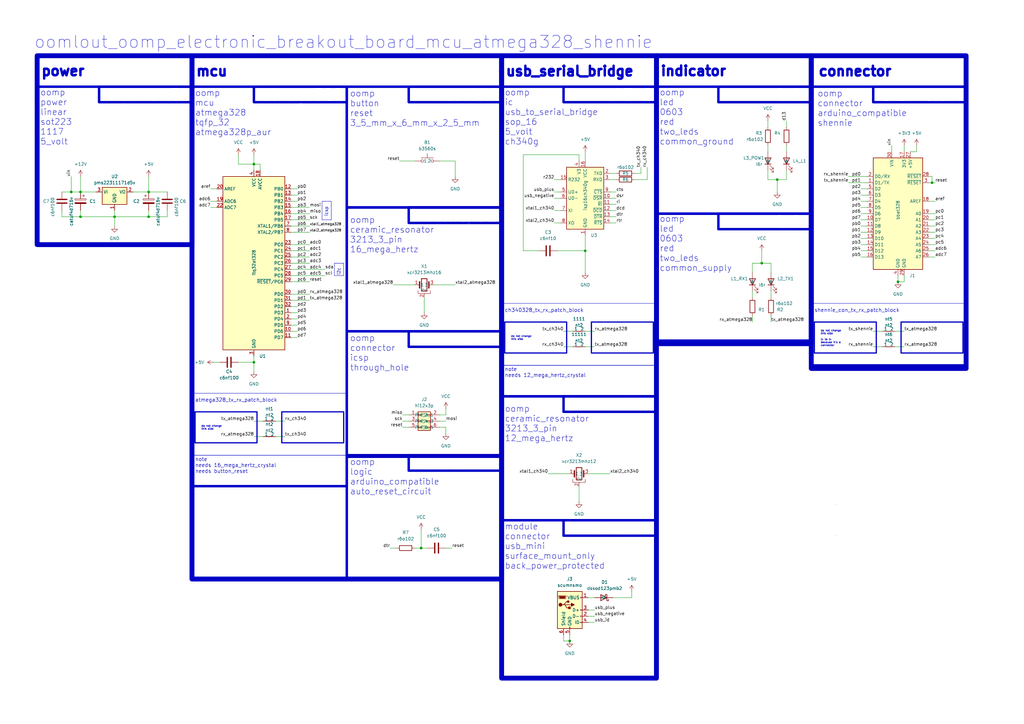
<source format=kicad_sch>
(kicad_sch (version 20230121) (generator eeschema)
  (paper "A3")
  (junction (at 312.42 107.95))
  (junction (at 33.02 78.74))
  (junction (at 60.96 78.74))
  (junction (at 104.14 148.59))
  (junction (at 233.68 262.89))
  (junction (at 382.27 74.93))
  (junction (at 240.03 102.87))
  (junction (at 318.77 73.66))
  (junction (at 46.99 88.9))
  (junction (at 368.3 115.57))
  (junction (at 33.02 88.9))
  (junction (at 104.14 67.31))
  (junction (at 172.72 224.79))
  (junction (at 29.21 78.74))
  (junction (at 60.96 88.9))
  (wire (pts (xy 46.99 86.36) (xy 46.99 88.9)))
  (wire (pts (xy 165.1 172.72) (xy 167.64 172.72)))
  (wire (pts (xy 240.03 96.52) (xy 240.03 102.87)))
  (wire (pts (xy 375.92 59.69) (xy 375.92 62.23)))
  (wire (pts (xy 347.98 74.93) (xy 355.6 74.93)))
  (wire (pts (xy 87.63 148.59) (xy 90.17 148.59)))
  (wire (pts (xy 182.88 224.79) (xy 185.42 224.79)))
  (wire (pts (xy 365.76 59.69) (xy 365.76 62.23)))
  (wire (pts (xy 119.38 102.87) (xy 127 102.87)))
  (wire (pts (xy 314.96 73.66) (xy 318.77 73.66)))
  (wire (pts (xy 119.38 95.25) (xy 127 95.25)))
  (wire (pts (xy 227.33 91.44) (xy 229.87 91.44)))
  (wire (pts (xy 353.06 85.09) (xy 355.6 85.09)))
  (wire (pts (xy 322.58 69.85) (xy 322.58 73.66)))
  (wire (pts (xy 250.19 73.66) (xy 252.73 73.66)))
  (wire (pts (xy 353.06 90.17) (xy 355.6 90.17)))
  (wire (pts (xy 381 95.25) (xy 383.54 95.25)))
  (wire (pts (xy 119.38 90.17) (xy 127 90.17)))
  (wire (pts (xy 240.03 102.87) (xy 240.03 111.76)))
  (wire (pts (xy 97.79 148.59) (xy 104.14 148.59)))
  (wire (pts (xy 119.38 85.09) (xy 127 85.09)))
  (wire (pts (xy 370.84 115.57) (xy 370.84 113.03)))
  (wire (pts (xy 119.38 130.81) (xy 121.92 130.81)))
  (wire (pts (xy 224.79 194.31) (xy 233.68 194.31)))
  (wire (pts (xy 119.38 115.57) (xy 127 115.57)))
  (wire (pts (xy 33.02 78.74) (xy 33.02 72.39)))
  (wire (pts (xy 86.36 77.47) (xy 88.9 77.47)))
  (wire (pts (xy 237.49 66.04) (xy 237.49 63.5)))
  (wire (pts (xy 370.84 59.69) (xy 370.84 62.23)))
  (wire (pts (xy 312.42 107.95) (xy 308.61 107.95)))
  (wire (pts (xy 237.49 199.39) (xy 237.49 205.74)))
  (wire (pts (xy 368.3 113.03) (xy 368.3 115.57)))
  (wire (pts (xy 241.3 194.31) (xy 250.19 194.31)))
  (wire (pts (xy 180.34 175.26) (xy 182.88 175.26)))
  (wire (pts (xy 60.96 78.74) (xy 54.61 78.74)))
  (wire (pts (xy 353.06 80.01) (xy 355.6 80.01)))
  (wire (pts (xy 381 87.63) (xy 383.54 87.63)))
  (wire (pts (xy 119.38 123.19) (xy 127 123.19)))
  (wire (pts (xy 119.38 135.89) (xy 121.92 135.89)))
  (wire (pts (xy 314.96 59.69) (xy 314.96 62.23)))
  (wire (pts (xy 86.36 85.09) (xy 88.9 85.09)))
  (wire (pts (xy 119.38 120.65) (xy 127 120.65)))
  (wire (pts (xy 262.89 71.12) (xy 262.89 68.58)))
  (wire (pts (xy 358.14 142.24) (xy 361.95 142.24)))
  (wire (pts (xy 353.06 77.47) (xy 355.6 77.47)))
  (wire (pts (xy 119.38 128.27) (xy 121.92 128.27)))
  (wire (pts (xy 173.99 121.92) (xy 173.99 128.27)))
  (wire (pts (xy 322.58 49.53) (xy 322.58 52.07)))
  (wire (pts (xy 353.06 95.25) (xy 355.6 95.25)))
  (wire (pts (xy 250.19 86.36) (xy 252.73 86.36)))
  (wire (pts (xy 381 90.17) (xy 383.54 90.17)))
  (wire (pts (xy 177.8 116.84) (xy 186.69 116.84)))
  (wire (pts (xy 68.58 88.9) (xy 60.96 88.9)))
  (wire (pts (xy 106.68 67.31) (xy 104.14 67.31)))
  (wire (pts (xy 186.69 72.39) (xy 186.69 66.04)))
  (wire (pts (xy 233.68 260.35) (xy 233.68 262.89)))
  (wire (pts (xy 119.38 77.47) (xy 121.92 77.47)))
  (wire (pts (xy 119.38 80.01) (xy 121.92 80.01)))
  (wire (pts (xy 316.23 121.92) (xy 316.23 119.38)))
  (wire (pts (xy 250.19 88.9) (xy 252.73 88.9)))
  (wire (pts (xy 113.03 172.72) (xy 116.84 172.72)))
  (wire (pts (xy 250.19 81.28) (xy 252.73 81.28)))
  (wire (pts (xy 97.79 63.5) (xy 97.79 67.31)))
  (wire (pts (xy 46.99 88.9) (xy 46.99 92.71)))
  (wire (pts (xy 86.36 82.55) (xy 88.9 82.55)))
  (wire (pts (xy 265.43 73.66) (xy 265.43 68.58)))
  (wire (pts (xy 104.14 146.05) (xy 104.14 148.59)))
  (wire (pts (xy 316.23 111.76) (xy 316.23 107.95)))
  (wire (pts (xy 308.61 132.08) (xy 308.61 129.54)))
  (wire (pts (xy 172.72 217.17) (xy 172.72 224.79)))
  (wire (pts (xy 160.02 224.79) (xy 162.56 224.79)))
  (wire (pts (xy 318.77 73.66) (xy 318.77 78.74)))
  (wire (pts (xy 241.3 252.73) (xy 243.84 252.73)))
  (wire (pts (xy 231.14 262.89) (xy 233.68 262.89)))
  (wire (pts (xy 318.77 73.66) (xy 322.58 73.66)))
  (wire (pts (xy 367.03 135.89) (xy 370.84 135.89)))
  (wire (pts (xy 119.38 105.41) (xy 127 105.41)))
  (wire (pts (xy 97.79 67.31) (xy 104.14 67.31)))
  (wire (pts (xy 353.06 100.33) (xy 355.6 100.33)))
  (wire (pts (xy 241.3 255.27) (xy 243.84 255.27)))
  (wire (pts (xy 382.27 74.93) (xy 383.54 74.93)))
  (wire (pts (xy 119.38 113.03) (xy 133.35 113.03)))
  (wire (pts (xy 314.96 49.53) (xy 314.96 52.07)))
  (wire (pts (xy 308.61 111.76) (xy 308.61 107.95)))
  (wire (pts (xy 314.96 69.85) (xy 314.96 73.66)))
  (wire (pts (xy 367.03 142.24) (xy 370.84 142.24)))
  (wire (pts (xy 381 74.93) (xy 382.27 74.93)))
  (wire (pts (xy 316.23 132.08) (xy 316.23 129.54)))
  (wire (pts (xy 316.23 107.95) (xy 312.42 107.95)))
  (wire (pts (xy 106.68 69.85) (xy 106.68 67.31)))
  (wire (pts (xy 250.19 71.12) (xy 252.73 71.12)))
  (wire (pts (xy 163.83 66.04) (xy 170.18 66.04)))
  (wire (pts (xy 104.14 148.59) (xy 104.14 152.4)))
  (wire (pts (xy 33.02 88.9) (xy 33.02 86.36)))
  (wire (pts (xy 119.38 87.63) (xy 127 87.63)))
  (wire (pts (xy 228.6 102.87) (xy 240.03 102.87)))
  (wire (pts (xy 46.99 88.9) (xy 60.96 88.9)))
  (wire (pts (xy 368.3 115.57) (xy 370.84 115.57)))
  (wire (pts (xy 231.14 260.35) (xy 231.14 262.89)))
  (wire (pts (xy 161.29 116.84) (xy 170.18 116.84)))
  (wire (pts (xy 104.14 67.31) (xy 104.14 69.85)))
  (wire (pts (xy 214.63 63.5) (xy 214.63 102.87)))
  (wire (pts (xy 382.27 72.39) (xy 382.27 74.93)))
  (wire (pts (xy 119.38 138.43) (xy 121.92 138.43)))
  (wire (pts (xy 39.37 78.74) (xy 33.02 78.74)))
  (wire (pts (xy 259.08 242.57) (xy 259.08 245.11)))
  (wire (pts (xy 381 92.71) (xy 383.54 92.71)))
  (wire (pts (xy 260.35 71.12) (xy 262.89 71.12)))
  (wire (pts (xy 322.58 59.69) (xy 322.58 62.23)))
  (wire (pts (xy 381 100.33) (xy 383.54 100.33)))
  (wire (pts (xy 237.49 63.5) (xy 214.63 63.5)))
  (wire (pts (xy 119.38 133.35) (xy 121.92 133.35)))
  (wire (pts (xy 308.61 121.92) (xy 308.61 119.38)))
  (wire (pts (xy 214.63 102.87) (xy 220.98 102.87)))
  (wire (pts (xy 240.03 62.23) (xy 240.03 66.04)))
  (wire (pts (xy 68.58 86.36) (xy 68.58 88.9)))
  (wire (pts (xy 240.03 142.24) (xy 243.84 142.24)))
  (wire (pts (xy 165.1 175.26) (xy 167.64 175.26)))
  (wire (pts (xy 353.06 105.41) (xy 355.6 105.41)))
  (wire (pts (xy 46.99 88.9) (xy 33.02 88.9)))
  (wire (pts (xy 29.21 78.74) (xy 33.02 78.74)))
  (wire (pts (xy 180.34 170.18) (xy 182.88 170.18)))
  (wire (pts (xy 227.33 73.66) (xy 229.87 73.66)))
  (wire (pts (xy 259.08 245.11) (xy 251.46 245.11)))
  (wire (pts (xy 353.06 92.71) (xy 355.6 92.71)))
  (wire (pts (xy 381 105.41) (xy 383.54 105.41)))
  (wire (pts (xy 241.3 245.11) (xy 243.84 245.11)))
  (wire (pts (xy 231.14 142.24) (xy 234.95 142.24)))
  (wire (pts (xy 25.4 88.9) (xy 33.02 88.9)))
  (wire (pts (xy 113.03 179.07) (xy 116.84 179.07)))
  (wire (pts (xy 119.38 107.95) (xy 127 107.95)))
  (wire (pts (xy 250.19 91.44) (xy 252.73 91.44)))
  (wire (pts (xy 60.96 72.39) (xy 60.96 78.74)))
  (wire (pts (xy 353.06 82.55) (xy 355.6 82.55)))
  (wire (pts (xy 172.72 224.79) (xy 170.18 224.79)))
  (wire (pts (xy 186.69 66.04) (xy 180.34 66.04)))
  (wire (pts (xy 231.14 135.89) (xy 234.95 135.89)))
  (wire (pts (xy 250.19 83.82) (xy 252.73 83.82)))
  (wire (pts (xy 227.33 81.28) (xy 229.87 81.28)))
  (wire (pts (xy 381 72.39) (xy 382.27 72.39)))
  (wire (pts (xy 29.21 72.39) (xy 29.21 78.74)))
  (wire (pts (xy 358.14 135.89) (xy 361.95 135.89)))
  (wire (pts (xy 240.03 135.89) (xy 243.84 135.89)))
  (wire (pts (xy 227.33 86.36) (xy 229.87 86.36)))
  (wire (pts (xy 182.88 170.18) (xy 182.88 167.64)))
  (wire (pts (xy 250.19 78.74) (xy 252.73 78.74)))
  (wire (pts (xy 182.88 175.26) (xy 182.88 177.8)))
  (wire (pts (xy 353.06 87.63) (xy 355.6 87.63)))
  (wire (pts (xy 241.3 250.19) (xy 243.84 250.19)))
  (wire (pts (xy 172.72 224.79) (xy 175.26 224.79)))
  (wire (pts (xy 180.34 172.72) (xy 182.88 172.72)))
  (wire (pts (xy 227.33 78.74) (xy 229.87 78.74)))
  (wire (pts (xy 353.06 102.87) (xy 355.6 102.87)))
  (wire (pts (xy 347.98 72.39) (xy 355.6 72.39)))
  (wire (pts (xy 60.96 86.36) (xy 60.96 88.9)))
  (wire (pts (xy 119.38 82.55) (xy 121.92 82.55)))
  (wire (pts (xy 375.92 62.23) (xy 373.38 62.23)))
  (wire (pts (xy 25.4 86.36) (xy 25.4 88.9)))
  (wire (pts (xy 104.14 172.72) (xy 107.95 172.72)))
  (wire (pts (xy 119.38 100.33) (xy 127 100.33)))
  (wire (pts (xy 25.4 78.74) (xy 29.21 78.74)))
  (wire (pts (xy 312.42 107.95) (xy 312.42 102.87)))
  (wire (pts (xy 381 82.55) (xy 383.54 82.55)))
  (wire (pts (xy 119.38 125.73) (xy 121.92 125.73)))
  (wire (pts (xy 260.35 73.66) (xy 265.43 73.66)))
  (wire (pts (xy 119.38 110.49) (xy 133.35 110.49)))
  (wire (pts (xy 381 102.87) (xy 383.54 102.87)))
  (wire (pts (xy 104.14 63.5) (xy 104.14 67.31)))
  (wire (pts (xy 60.96 78.74) (xy 68.58 78.74)))
  (wire (pts (xy 119.38 92.71) (xy 127 92.71)))
  (wire (pts (xy 104.14 179.07) (xy 107.95 179.07)))
  (wire (pts (xy 353.06 97.79) (xy 355.6 97.79)))
  (wire (pts (xy 381 97.79) (xy 383.54 97.79)))
  (wire (pts (xy 165.1 170.18) (xy 167.64 170.18)))
  (rectangle (start 78.74 22.86) (end 205.74 237.49) (stroke (width 2)))
  (rectangle (start 133.35 88.9) (end 133.35 88.9))
  (rectangle (start 104.14 35.56) (end 142.24 41.91) (stroke (width 1)) (fill (type color)))
  (rectangle (start 205.74 213.36) (end 269.24 278.13) (stroke (width 1)))
  (rectangle (start 231.14 162.56) (end 269.24 168.91) (stroke (width 1)) (fill (type color)))
  (rectangle (start 142.24 135.89) (end 205.74 187.3362) (stroke (width 1)))
  (rectangle (start 137.16 107.95) (end 140.97 113.03))
  (rectangle (start 207.01 132.08) (end 232.41 144.78) (stroke (width 0.5)))
  (rectangle (start 269.24 22.86) (end 332.74 140.97) (stroke (width 2)))
  (rectangle (start 358.14 35.56) (end 396.24 41.91) (stroke (width 1)) (fill (type color)))
  (rectangle (start 78.74 186.69) (end 142.24 199.39))
  (rectangle (start 142.24 186.69) (end 205.74 237.49) (stroke (width 1)))
  (rectangle (start 205.74 162.56) (end 269.24 213.36) (stroke (width 1)))
  (rectangle (start 342.9 207.01) (end 342.9 207.01))
  (rectangle (start 269.24 35.56) (end 332.74 87.63) (stroke (width 1)))
  (rectangle (start 143.51 99.06) (end 143.51 99.06))
  (rectangle (start 15.24 22.86) (end 78.74 100.33) (stroke (width 2)))
  (rectangle (start 140.97 92.71) (end 140.97 92.71))
  (rectangle (start 205.74 22.86) (end 269.24 278.13) (stroke (width 2)))
  (rectangle (start 15.24 35.56) (end 78.74 100.33) (stroke (width 1)))
  (rectangle (start 231.14 213.36) (end 269.24 219.71) (stroke (width 1)) (fill (type color)))
  (rectangle (start 332.74 35.56) (end 396.24 149.86) (stroke (width 1)))
  (rectangle (start 132.08 82.55) (end 135.89 90.17))
  (rectangle (start 167.64 186.69) (end 205.74 193.04) (stroke (width 1)) (fill (type color)))
  (rectangle (start 167.64 85.09) (end 205.74 91.44) (stroke (width 1)) (fill (type color)))
  (rectangle (start 142.24 85.09) (end 205.74 135.89) (stroke (width 1)))
  (rectangle (start 205.74 124.46) (end 269.24 149.86))
  (rectangle (start 143.51 99.06) (end 143.51 99.06))
  (rectangle (start 332.74 22.86) (end 396.24 151.13) (stroke (width 2)))
  (rectangle (start 342.9 219.71) (end 342.9 219.71))
  (rectangle (start 167.64 35.56) (end 205.74 41.91) (stroke (width 1)) (fill (type color)))
  (rectangle (start 140.97 92.71) (end 140.97 92.71))
  (rectangle (start 205.74 149.86) (end 269.24 162.56))
  (rectangle (start 142.24 35.56) (end 205.74 85.09) (stroke (width 1)))
  (rectangle (start 78.74 161.29) (end 142.24 186.69))
  (rectangle (start 269.24 87.63) (end 332.74 139.7) (stroke (width 1)))
  (rectangle (start 40.64 35.56) (end 78.74 41.91) (stroke (width 1)) (fill (type color)))
  (rectangle (start 331.47 92.71) (end 331.47 92.71))
  (rectangle (start 369.57 132.08) (end 394.97 144.78) (stroke (width 0.5)))
  (rectangle (start 334.01 132.08) (end 359.41 144.78) (stroke (width 0.5)))
  (rectangle (start 167.64 135.89) (end 205.74 142.24) (stroke (width 1)) (fill (type color)))
  (rectangle (start 242.57 132.08) (end 267.97 144.78) (stroke (width 0.5)))
  (rectangle (start 231.14 35.56) (end 269.24 41.91) (stroke (width 1)) (fill (type color)))
  (rectangle (start 294.64 87.63) (end 332.74 93.98) (stroke (width 1)) (fill (type color)))
  (rectangle (start 205.74 35.56) (end 269.24 162.56) (stroke (width 1)))
  (rectangle (start 123.19 199.39) (end 123.19 199.39))
  (rectangle (start 78.74 35.56) (end 142.24 199.39) (stroke (width 1)))
  (rectangle (start 332.74 124.46) (end 396.24 149.86))
  (rectangle (start 80.01 168.91) (end 105.41 181.61) (stroke (width 0.5)))
  (rectangle (start 294.64 35.56) (end 332.74 41.91) (stroke (width 1)) (fill (type color)))
  (rectangle (start 115.57 168.91) (end 140.97 181.61) (stroke (width 0.5)))
  (rectangle (start 204.47 29.21) (end 204.47 29.21))
  (rectangle (start 331.47 144.78) (end 331.47 144.78))
  (text "name" (at 297.18 93.98 90) (effects (font (size 1.27 1.27) (thickness 0.254) bold) (justify left bottom)))
  (text "atmega328_tx_rx_patch_block" (at 80.01 165.1 0) (effects (font (size 1.5 1.5)) (justify left bottom)))
  (text "shennie_con_tx_rx_patch_block" (at 334.01 128.27 0) (effects (font (size 1.5 1.5)) (justify left bottom)))
  (text "name" (at 360.68 41.91 90) (effects (font (size 1.27 1.27) (thickness 0.254) bold) (justify left bottom)))
  (text "oomp\nic\nusb_to_serial_bridge\nsop_16\n5_volt\nch340g" (at 207.01 59.69 0) (effects (font (size 2.5 2.5)) (justify left bottom)))
  (text "xcr_ch340" (at 267.97 168.91 0) (effects (font (size 4 4) (thickness 0.8) bold) (justify right bottom)))
  (text "name" (at 170.18 91.44 90) (effects (font (size 1.27 1.27) (thickness 0.254) bold) (justify left bottom)))
  (text "note\nneeds 16_mega_hertz_crystal\nneeds button_reset\n" (at 80.01 194.31 0) (effects (font (size 1.5 1.5)) (justify left bottom)))
  (text "do not change\nthis side\n\ntx to tx\nbecause it's a\nconnector\n" (at 336.55 142.24 0) (effects (font (size 0.75 0.75)) (justify left bottom)))
  (text "oomp\nmcu\natmega328\ntqfp_32\natmega328p_aur" (at 80.01 55.88 0) (effects (font (size 2.5 2.5)) (justify left bottom)))
  (text "indicator\n\n" (at 270.51 38.1 0) (effects (font (size 4 4) (thickness 1.4) bold) (justify left bottom)))
  (text "oomp\nbutton\nreset\n3_5_mm_x_6_mm_x_2_5_mm\n" (at 143.51 52.07 0) (effects (font (size 2.5 2.5)) (justify left bottom)))
  (text "auto_reset" (at 204.47 193.04 0) (effects (font (size 4 4) (thickness 0.8) bold) (justify right bottom)))
  (text "oomp\nled\n0603\nred\ntwo_leds\ncommon_supply\n\n" (at 270.51 115.57 0) (effects (font (size 2.5 2.5)) (justify left bottom)))
  (text "oomp\nconnector\narduino_compatible\nshennie" (at 335.28 52.07 0) (effects (font (size 2.5 2.5)) (justify left bottom)))
  (text "icsp\n" (at 134.62 88.9 90) (effects (font (size 1.27 1.27)) (justify left bottom)))
  (text "name" (at 170.18 41.91 90) (effects (font (size 1.27 1.27) (thickness 0.254) bold) (justify left bottom)))
  (text "usb_mini\n" (at 267.97 219.71 0) (effects (font (size 4 4) (thickness 0.8) bold) (justify right bottom)))
  (text "name" (at 233.68 168.91 90) (effects (font (size 1.27 1.27) (thickness 0.254) bold) (justify left bottom)))
  (text "oomp\nled\n0603\nred\ntwo_leds\ncommon_ground\n" (at 270.51 59.69 0) (effects (font (size 2.5 2.5)) (justify left bottom)))
  (text "oomp\nceramic_resonator\n3213_3_pin\n16_mega_hertz\n\n" (at 143.51 107.95 0) (effects (font (size 2.5 2.5)) (justify left bottom)))
  (text "leds" (at 331.47 93.98 0) (effects (font (size 4 4) (thickness 0.8) bold) (justify right bottom)))
  (text "xcr_atmega328" (at 204.47 91.44 0) (effects (font (size 2.75 2.75) (thickness 0.8) bold) (justify right bottom)))
  (text "note\nneeds 12_mega_hertz_crystal\n" (at 207.01 154.94 0) (effects (font (size 1.5 1.5)) (justify left bottom)))
  (text "name" (at 170.18 142.24 90) (effects (font (size 1.27 1.27) (thickness 0.254) bold) (justify left bottom)))
  (text "connector\n" (at 335.28 31.75 0) (effects (font (size 4 4) (thickness 1.4) bold) (justify left bottom)))
  (text "name" (at 170.18 193.04 90) (effects (font (size 1.27 1.27) (thickness 0.254) bold) (justify left bottom)))
  (text "name" (at 233.68 219.71 90) (effects (font (size 1.27 1.27) (thickness 0.254) bold) (justify left bottom)))
  (text "i2c\n" (at 139.7 113.03 90) (effects (font (size 1.27 1.27)) (justify left bottom)))
  (text "atmega328" (at 140.97 41.91 0) (effects (font (size 4 4) (thickness 0.8) bold) (justify right bottom)))
  (text "ch340328_tx_rx_patch_block" (at 207.01 128.27 0) (effects (font (size 1.5 1.5)) (justify left bottom)))
  (text "ch340" (at 267.97 41.91 0) (effects (font (size 4 4) (thickness 0.8) bold) (justify right bottom)))
  (text "leds" (at 331.47 41.91 0) (effects (font (size 4 4) (thickness 0.8) bold) (justify right bottom)))
  (text "icsp_con" (at 204.47 142.24 0) (effects (font (size 4 4) (thickness 0.8) bold) (justify right bottom)))
  (text "usb_serial_bridge\n" (at 207.01 31.75 0) (effects (font (size 4 4) (thickness 1.4) bold) (justify left bottom)))
  (text "oomp\nlogic\narduino_compatible\nauto_reset_circuit" (at 143.51 203.2 0) (effects (font (size 2.5 2.5)) (justify left bottom)))
  (text "name" (at 43.18 41.91 90) (effects (font (size 1.27 1.27) (thickness 0.254) bold) (justify left bottom)))
  (text "oomlout_oomp_electronic_breakout_board_mcu_atmega328_shennie" (at 13.97 20.32 0) (effects (font (size 5 5)) (justify left bottom)))
  (text "mcu" (at 80.01 31.75 0) (effects (font (size 4 4) (thickness 1.4) bold) (justify left bottom)))
  (text "name" (at 106.68 41.91 90) (effects (font (size 1.27 1.27) (thickness 0.254) bold) (justify left bottom)))
  (text "name" (at 297.18 41.91 90) (effects (font (size 1.27 1.27) (thickness 0.254) bold) (justify left bottom)))
  (text "power_5v\n" (at 77.47 41.91 0) (effects (font (size 4 4) (thickness 0.8) bold) (justify right bottom)))
  (text "reset_bt\n" (at 204.47 41.91 0) (effects (font (size 4 4) (thickness 0.8) bold) (justify right bottom)))
  (text "shennie_con" (at 394.97 41.91 0) (effects (font (size 3.5 3.5) (thickness 0.8) bold) (justify right bottom)))
  (text "power\n\n" (at 16.51 38.1 0) (effects (font (size 4 4) (thickness 1.4) bold) (justify left bottom)))
  (text "name" (at 233.68 41.91 90) (effects (font (size 1.27 1.27) (thickness 0.254) bold) (justify left bottom)))
  (text "do not change\nthis side" (at 209.55 139.7 0) (effects (font (size 0.75 0.75)) (justify left bottom)))
  (text "oomp\nconnector\nicsp\nthrough_hole\n" (at 143.51 152.4 0) (effects (font (size 2.5 2.5)) (justify left bottom)))
  (text "module\nconnector\nusb_mini\nsurface_mount_only\nback_power_protected\n" (at 207.01 233.68 0) (effects (font (size 2.5 2.5)) (justify left bottom)))
  (text "oomp\nceramic_resonator\n3213_3_pin\n12_mega_hertz\n\n" (at 207.01 185.42 0) (effects (font (size 2.5 2.5)) (justify left bottom)))
  (text "do not change\nthis side" (at 82.55 176.53 0) (effects (font (size 0.75 0.75)) (justify left bottom)))
  (text "oomp\npower\nlinear\nsot223\n1117\n5_volt" (at 16.51 59.69 0) (effects (font (size 2.5 2.5)) (justify left bottom)))
  (label "usb_id" (at 243.84 255.27 0))
  (label "tx_atmega328" (at 370.84 135.89 0))
  (label "tx_shennie" (at 358.14 135.89 180))
  (label "tx_ch340" (at 116.84 179.07 0))
  (label "adc3" (at 127 107.95 0))
  (label "pb2" (at 353.06 97.79 180))
  (label "adc1" (at 127 102.87 0))
  (label "pd4" (at 121.92 130.81 0))
  (label "pb0" (at 353.06 92.71 180))
  (label "xtal1_atmega328" (at 161.29 116.84 180))
  (label "pb1" (at 121.92 80.01 0))
  (label "reset" (at 127 115.57 0))
  (label "pb3" (at 353.06 100.33 180))
  (label "usb_plus" (at 243.84 250.19 0))
  (label "pd6" (at 121.92 135.89 0))
  (label "rx_ch340" (at 116.84 172.72 0))
  (label "pd2" (at 121.92 125.73 0))
  (label "mosi" (at 182.88 172.72 0))
  (label "rx_atmega328" (at 370.84 142.24 0))
  (label "sck" (at 127 90.17 0))
  (label "scl" (at 133.35 113.03 0))
  (label "pb4" (at 121.92 87.63 0))
  (label "reset" (at 165.1 175.26 180))
  (label "pb5" (at 353.06 105.41 180))
  (label "tx_ch340" (at 262.89 68.58 90))
  (label "ri" (at 252.73 83.82 0))
  (label "rx_atmega328" (at 127 120.65 0))
  (label "usb_negative" (at 243.84 252.73 0))
  (label "rx_atmega328" (at 308.61 132.08 180))
  (label "pd3" (at 121.92 128.27 0))
  (label "vin" (at 29.21 72.39 90))
  (label "adc4" (at 127 110.49 0))
  (label "usb_negative" (at 227.33 81.28 180))
  (label "pd7" (at 121.92 138.43 0))
  (label "pc5" (at 383.54 100.33 0))
  (label "tx_atmega328" (at 104.14 172.72 180))
  (label "xtal1_ch340" (at 224.79 194.31 180))
  (label "pc6" (at 121.92 115.57 0))
  (label "rx_atmega328" (at 243.84 135.89 0))
  (label "pd5" (at 353.06 85.09 180))
  (label "adc0" (at 127 100.33 0))
  (label "vin" (at 365.76 59.69 90))
  (label "pc4" (at 383.54 97.79 0))
  (label "adc2" (at 127 105.41 0))
  (label "pd7" (at 353.06 90.17 180))
  (label "reset" (at 383.54 74.93 0))
  (label "pd1" (at 121.92 123.19 0))
  (label "miso" (at 165.1 170.18 180))
  (label "adc5" (at 127 113.03 0))
  (label "pb0" (at 121.92 77.47 0))
  (label "xtal2_ch340" (at 250.19 194.31 0))
  (label "pc0" (at 383.54 87.63 0))
  (label "tx_atmega328" (at 127 123.19 0))
  (label "pb6" (at 121.92 92.71 0))
  (label "usb_plus" (at 227.33 78.74 180))
  (label "aref" (at 383.54 82.55 0))
  (label "pd5" (at 121.92 133.35 0))
  (label "dsr" (at 252.73 81.28 0))
  (label "mosi" (at 127 85.09 0))
  (label "reset" (at 163.83 66.04 180))
  (label "sda" (at 133.35 110.49 0))
  (label "rtr" (at 252.73 91.44 0))
  (label "xtal2_atmega328" (at 186.69 116.84 0))
  (label "pd1" (at 353.06 74.93 180))
  (label "dtr" (at 252.73 88.9 0))
  (label "pb1" (at 353.06 95.25 180))
  (label "pd0" (at 353.06 72.39 180))
  (label "rx_atmega328" (at 104.14 179.07 180))
  (label "pc3" (at 121.92 107.95 0))
  (label "pc1" (at 383.54 90.17 0))
  (label "adc7" (at 86.36 85.09 180))
  (label "pc5" (at 121.92 113.03 0))
  (label "cts" (at 252.73 78.74 0))
  (label "tx_shennie" (at 347.98 74.93 180))
  (label "pc0" (at 121.92 100.33 0))
  (label "pc3" (at 383.54 95.25 0))
  (label "pc1" (at 121.92 102.87 0))
  (label "pb4" (at 353.06 102.87 180))
  (label "miso" (at 127 87.63 0))
  (label "d13" (at 322.58 49.53 90))
  (label "adc6" (at 383.54 102.87 0))
  (label "xtal1_ch340" (at 227.33 86.36 180))
  (label "pc2" (at 383.54 92.71 0))
  (label "pd6" (at 353.06 87.63 180))
  (label "pc2" (at 121.92 105.41 0))
  (label "pd3" (at 353.06 80.01 180))
  (label "reset" (at 185.42 224.79 0))
  (label "tx_ch340" (at 231.14 135.89 180))
  (label "tx_atmega328" (at 316.23 132.08 0))
  (label "pb2" (at 121.92 82.55 0))
  (label "xtal1_atmega328" (at 127 92.71 0) (effects (font (size 1 1))))
  (label "dtr" (at 160.02 224.79 180))
  (label "pb3" (at 121.92 85.09 0))
  (label "sck" (at 165.1 172.72 180))
  (label "tx_atmega328" (at 243.84 142.24 0))
  (label "rx_ch340" (at 265.43 68.58 90))
  (label "dcd" (at 252.73 86.36 0))
  (label "pc4" (at 121.92 110.49 0))
  (label "pd0" (at 121.92 120.65 0))
  (label "rx_shennie" (at 358.14 142.24 180))
  (label "xtal2_ch340" (at 227.33 91.44 180))
  (label "pb5" (at 121.92 90.17 0))
  (label "pd4" (at 353.06 82.55 180))
  (label "pb7" (at 121.92 95.25 0))
  (label "adc7" (at 383.54 105.41 0))
  (label "rx_ch340" (at 231.14 142.24 180))
  (label "adc6" (at 86.36 82.55 180))
  (label "pd2" (at 353.06 77.47 180))
  (label "aref" (at 86.36 77.47 180))
  (label "xtal2_atmega328" (at 127 95.25 0) (effects (font (size 1 1))))
  (label "rx_shennie" (at 347.98 72.39 180))
  (label "r232" (at 227.33 73.66 180))
  (symbol (lib_id "oomlout_oomp_part_symbols:hi12x3p_electronic_header_2d54_mm_dual_row_2x3_dual_row_6_pin") (at 172.72 172.72 0) (unit 1)
    (property "Reference" "J2" (at 173.99 163.83 0))
    (property "Value" "hi12x3p" (at 173.99 166.37 0))
    (property "Footprint" "oomlout_oomp_part_footprints:hi12x3p_electronic_header_2d54_mm_dual_row_2x3_dual_row_6_pin" (effects hide))
    (property "Datasheet" "https://github.com/oomlout/oomlout_oomp_v3/parts/electronic_header_2d54_mm_dual_row_2x3_dual_row_6_pin/datasheet.pdf" (effects hide))
  )
  (symbol (lib_id "oomlout_oomp_part_symbols:nt2_electronic_nettie_2_nets_smd") (at 364.49 142.24 0) (unit 1) (in_bom no)
    (property "Reference" "nt6" (at 364.49 137.16 0))
    (property "Value" "nt2" (at 364.49 139.7 0))
    (property "Footprint" "oomlout_oomp_part_footprints:nt2_electronic_nettie_2_nets_smd" (effects hide))
    (property "Datasheet" "https://github.com/oomlout/oomlout_oomp_v3/parts/electronic_nettie_2_nets_smd/datasheet.pdf" (effects hide))
  )
  (symbol (lib_id "oomlout_oomp_part_symbols:r6o102_electronic_resistor_0603_1000_ohm") (at 256.54 71.12 90) (unit 1)
    (property "Reference" "R5" (at 256.54 71.12 90))
    (property "Value" "r6o102" (at 256.54 68.58 90))
    (property "Footprint" "oomlout_oomp_part_footprints:r6o102_electronic_resistor_0603_1000_ohm" (effects hide))
    (property "Datasheet" "https://github.com/oomlout/oomlout_oomp_v3/parts/electronic_resistor_0603_1000_ohm/datasheet.pdf" (effects hide))
  )
  (symbol (lib_id "oomlout_oomp_part_symbols:r6o102_electronic_resistor_0603_1000_ohm") (at 308.61 125.73 0) (unit 1)
    (property "Reference" "R1" (at 313.69 127 0) (effects (justify right)))
    (property "Value" "r6o102" (effects hide))
    (property "Footprint" "oomlout_oomp_part_footprints:r6o102_electronic_resistor_0603_1000_ohm" (effects hide))
    (property "Datasheet" "https://github.com/oomlout/oomlout_oomp_v3/parts/electronic_resistor_0603_1000_ohm/datasheet.pdf" (effects hide))
  )
  (symbol (lib_id "oomlout_oomp_part_symbols:l6r_electronic_led_0603_red") (at 322.58 66.04 90) (unit 1)
    (property "Reference" "L4_L1" (at 325.12 66.04 90) (effects (justify right)))
    (property "Value" "l6r" (effects hide))
    (property "Footprint" "oomlout_oomp_part_footprints:l6r_electronic_led_0603_red" (effects hide))
    (property "Datasheet" "https://github.com/oomlout/oomlout_oomp_v3/parts/electronic_led_0603_red/datasheet.pdf" (effects hide))
  )
  (symbol (lib_id "oomlout_oomp_part_symbols:bbat328_electronic_breakout_board_mcu_atmega328_shennie") (at 368.3 87.63 0) (unit 1)
    (property "Reference" "J1" (at 373.0341 113.03 0) (effects (justify left)))
    (property "Value" "bbat328" (at 368.3 90.17 90) (effects (justify left)))
    (property "Footprint" "oomlout_oomp_part_footprints:bbat328_electronic_breakout_board_mcu_atmega328_shennie" (effects hide))
    (property "Datasheet" "https://github.com/oomlout/oomlout_oomp_v3/parts/electronic_breakout_board_mcu_atmega328_shennie/datasheet.pdf" (effects hide))
  )
  (symbol (lib_id "oomlout_oomp_part_symbols:b3560s_electronic_button_3_5_mm_x_6_mm_x_2_5_mm_surface_mount") (at 175.26 66.04 0) (unit 1)
    (property "Reference" "B1" (at 175.26 58.42 0))
    (property "Value" "b3560s" (at 175.26 60.96 0))
    (property "Footprint" "oomlout_oomp_part_footprints:b3560s_electronic_button_3_5_mm_x_6_mm_x_2_5_mm_surface_mount" (effects hide))
    (property "Datasheet" "https://github.com/oomlout/oomlout_oomp_v3/parts/electronic_button_3_5_mm_x_6_mm_x_2_5_mm_surface_mount/datasheet.pdf" (effects hide))
  )
  (symbol (lib_id "oomlout_oomp_part_symbols:scumnsmo_electronic_socket_usb_mini_surface_mount_only") (at 233.68 250.19 0) (unit 1)
    (property "Reference" "J3" (at 233.68 237.49 0))
    (property "Value" "scumnsmo" (at 233.68 240.03 0))
    (property "Footprint" "oomlout_oomp_part_footprints:scumnsmo_electronic_socket_usb_mini_surface_mount_only" (effects hide))
    (property "Datasheet" "https://github.com/oomlout/oomlout_oomp_v3/parts/electronic_socket_usb_mini_surface_mount_only/datasheet.pdf" (effects hide))
  )
  (symbol (lib_id "power:+5V") (at 60.96 72.39 0) (unit 1)
    (property "Reference" "#PWR05" (effects hide))
    (property "Value" "+5V" (at 60.96 67.31 0))
  )
  (symbol (lib_id "oomlout_oomp_part_symbols:nt2_electronic_nettie_2_nets_smd") (at 237.49 135.89 0) (unit 1) (in_bom no)
    (property "Reference" "1111" (at 237.49 130.81 0))
    (property "Value" "nt2" (at 237.49 133.35 0))
    (property "Footprint" "oomlout_oomp_part_footprints:nt2_electronic_nettie_2_nets_smd" (effects hide))
    (property "Datasheet" "https://github.com/oomlout/oomlout_oomp_v3/parts/electronic_nettie_2_nets_smd/datasheet.pdf" (effects hide))
  )
  (symbol (lib_id "power:+5V") (at 259.08 242.57 0) (unit 1)
    (property "Reference" "#PWR013" (effects hide))
    (property "Value" "+5V" (at 259.08 237.49 0))
  )
  (symbol (lib_id "power:+5V") (at 375.92 59.69 0) (unit 1)
    (property "Reference" "#PWR08" (effects hide))
    (property "Value" "+5V" (at 375.92 54.61 0))
  )
  (symbol (lib_id "oomlout_oomp_part_symbols:l6r_electronic_led_0603_red") (at 316.23 115.57 90) (unit 1)
    (property "Reference" "L2_TX1" (at 318.77 114.3 90) (effects (justify right)))
    (property "Value" "l6r" (at 311.15 116.84 90) (effects (justify right)))
    (property "Footprint" "oomlout_oomp_part_footprints:l6r_electronic_led_0603_red" (effects hide))
    (property "Datasheet" "https://github.com/oomlout/oomlout_oomp_v3/parts/electronic_led_0603_red/datasheet.pdf" (effects hide))
  )
  (symbol (lib_id "oomlout_oomp_part_symbols:nt2_electronic_nettie_2_nets_smd") (at 364.49 135.89 0) (unit 1) (in_bom no)
    (property "Reference" "nt5" (at 364.49 130.81 0))
    (property "Value" "nt2" (at 364.49 133.35 0))
    (property "Footprint" "oomlout_oomp_part_footprints:nt2_electronic_nettie_2_nets_smd" (effects hide))
    (property "Datasheet" "https://github.com/oomlout/oomlout_oomp_v3/parts/electronic_nettie_2_nets_smd/datasheet.pdf" (effects hide))
  )
  (symbol (lib_id "power:+12V") (at 33.02 72.39 0) (unit 1)
    (property "Reference" "#PWR03" (effects hide))
    (property "Value" "+12V" (at 33.02 67.31 0))
  )
  (symbol (lib_id "power:GND") (at 173.99 128.27 0) (unit 1)
    (property "Reference" "#PWR09" (effects hide))
    (property "Value" "GND" (at 173.99 133.35 0))
  )
  (symbol (lib_id "oomlout_oomp_part_symbols:xcr3213mhz12_electronic_ceramic_resonator_3213_3_pin_ground_pin_2_12_mega_hertz") (at 237.49 194.31 0) (unit 1)
    (property "Reference" "X2" (at 237.49 186.69 0))
    (property "Value" "xcr3213mhz12" (at 237.49 189.23 0))
    (property "Footprint" "oomlout_oomp_part_footprints:xcr3213mhz12_electronic_ceramic_resonator_3213_3_pin_ground_pin_2_12_mega_hertz" (effects hide))
    (property "Datasheet" "https://github.com/oomlout/oomlout_oomp_v3/parts/electronic_ceramic_resonator_3213_3_pin_ground_pin_2_12_mega_hertz/datasheet.pdf" (effects hide))
  )
  (symbol (lib_id "power:+5V") (at 240.03 62.23 0) (unit 1)
    (property "Reference" "#PWR015" (effects hide))
    (property "Value" "+5V" (at 240.03 57.15 0))
  )
  (symbol (lib_id "power:GND") (at 318.77 78.74 0) (unit 1)
    (property "Reference" "#PWR014" (effects hide))
    (property "Value" "GND" (at 318.77 83.82 0))
  )
  (symbol (lib_id "power:+3V3") (at 370.84 59.69 0) (unit 1)
    (property "Reference" "#PWR07" (effects hide))
    (property "Value" "+3V3" (at 370.84 54.61 0))
  )
  (symbol (lib_id "oomlout_oomp_part_symbols:c6nf100_electronic_capacitor_0603_100_nano_farad") (at 179.07 224.79 90) (unit 1)
    (property "Reference" "C5" (at 179.07 217.17 90))
    (property "Value" "c6nf100" (at 179.07 219.71 90))
    (property "Footprint" "oomlout_oomp_part_footprints:c6nf100_electronic_capacitor_0603_100_nano_farad" (effects hide))
    (property "Datasheet" "https://github.com/oomlout/oomlout_oomp_v3/parts/electronic_capacitor_0603_100_nano_farad/datasheet.pdf" (effects hide))
  )
  (symbol (lib_id "oomlout_oomp_part_symbols:l6r_electronic_led_0603_red") (at 314.96 66.04 90) (unit 1)
    (property "Reference" "L3_POW1" (at 304.8 64.77 90) (effects (justify right)))
    (property "Value" "l6r" (at 309.88 67.31 90) (effects (justify right)))
    (property "Footprint" "oomlout_oomp_part_footprints:l6r_electronic_led_0603_red" (effects hide))
    (property "Datasheet" "https://github.com/oomlout/oomlout_oomp_v3/parts/electronic_led_0603_red/datasheet.pdf" (effects hide))
  )
  (symbol (lib_id "power:GND") (at 104.14 152.4 0) (unit 1)
    (property "Reference" "#PWR017" (effects hide))
    (property "Value" "GND" (at 104.14 157.48 0))
  )
  (symbol (lib_id "oomlout_oomp_part_symbols:catuf4d716v_electronic_capacitor_3216_avx_a_tantalum_4_7_micro_farad_16_volt") (at 60.96 82.55 0) (unit 1)
    (property "Reference" "C2" (at 54.61 82.55 0) (effects (justify left)))
    (property "Value" "catuf4d716v" (at 64.77 92.71 90) (effects (justify left)))
    (property "Footprint" "oomlout_oomp_part_footprints:catuf4d716v_electronic_capacitor_3216_avx_a_tantalum_4_7_micro_farad_16_volt" (effects hide))
    (property "Datasheet" "https://github.com/oomlout/oomlout_oomp_v3/parts/electronic_capacitor_3216_avx_a_tantalum_4_7_micro_farad_16_volt/datasheet.pdf" (effects hide))
  )
  (symbol (lib_id "oomlout_oomp_part_symbols:r6o102_electronic_resistor_0603_1000_ohm") (at 314.96 55.88 180) (unit 1)
    (property "Reference" "R3" (at 309.88 54.61 0) (effects (justify right)))
    (property "Value" "r6o102" (at 306.07 57.15 0) (effects (justify right)))
    (property "Footprint" "oomlout_oomp_part_footprints:r6o102_electronic_resistor_0603_1000_ohm" (effects hide))
    (property "Datasheet" "https://github.com/oomlout/oomlout_oomp_v3/parts/electronic_resistor_0603_1000_ohm/datasheet.pdf" (effects hide))
  )
  (symbol (lib_id "power:GND") (at 46.99 92.71 0) (unit 1)
    (property "Reference" "#PWR04" (effects hide))
    (property "Value" "GND" (at 46.99 97.79 0))
  )
  (symbol (lib_id "oomlout_oomp_part_symbols:r6o102_electronic_resistor_0603_1000_ohm") (at 256.54 73.66 90) (unit 1)
    (property "Reference" "R6" (at 256.54 73.66 90))
    (property "Value" "r6o102" (effects hide))
    (property "Footprint" "oomlout_oomp_part_footprints:r6o102_electronic_resistor_0603_1000_ohm" (effects hide))
    (property "Datasheet" "https://github.com/oomlout/oomlout_oomp_v3/parts/electronic_resistor_0603_1000_ohm/datasheet.pdf" (effects hide))
  )
  (symbol (lib_id "oomlout_oomp_part_symbols:nt2_electronic_nettie_2_nets_smd") (at 110.49 179.07 0) (unit 1) (in_bom no)
    (property "Reference" "nt2" (at 110.49 173.99 0))
    (property "Value" "nt2" (at 110.49 176.53 0))
    (property "Footprint" "oomlout_oomp_part_footprints:nt2_electronic_nettie_2_nets_smd" (effects hide))
    (property "Datasheet" "https://github.com/oomlout/oomlout_oomp_v3/parts/electronic_nettie_2_nets_smd/datasheet.pdf" (effects hide))
  )
  (symbol (lib_id "power:GND") (at 368.3 115.57 0) (unit 1)
    (property "Reference" "#PWR06" (effects hide))
    (property "Value" "GND" (at 368.3 120.65 0))
  )
  (symbol (lib_id "oomlout_oomp_part_symbols:r6o102_electronic_resistor_0603_1000_ohm") (at 322.58 55.88 180) (unit 1)
    (property "Reference" "R4" (at 317.5 54.61 0) (effects (justify right)))
    (property "Value" "r6o102" (effects hide))
    (property "Footprint" "oomlout_oomp_part_footprints:r6o102_electronic_resistor_0603_1000_ohm" (effects hide))
    (property "Datasheet" "https://github.com/oomlout/oomlout_oomp_v3/parts/electronic_resistor_0603_1000_ohm/datasheet.pdf" (effects hide))
  )
  (symbol (lib_id "power:GND") (at 233.68 262.89 0) (unit 1)
    (property "Reference" "#PWR012" (effects hide))
    (property "Value" "GND" (at 233.68 267.97 0))
  )
  (symbol (lib_id "oomlout_oomp_part_symbols:itq32at328_electronic_ic_tqfp_32_mcu_atmega328_microchip_atmega328p_aur") (at 104.14 107.95 0) (unit 1)
    (property "Reference" "U1" (at 106.3341 146.05 0) (effects (justify left)))
    (property "Value" "itq32at328" (at 104.14 113.03 90) (effects (justify left)))
    (property "Footprint" "oomlout_oomp_part_footprints:itq32at328_electronic_ic_tqfp_32_mcu_atmega328_microchip_atmega328p_aur" (effects hide))
    (property "Datasheet" "https://github.com/oomlout/oomlout_oomp_v3/parts/electronic_ic_tqfp_32_mcu_atmega328_microchip_atmega328p_aur/datasheet.pdf" (effects hide))
  )
  (symbol (lib_id "power:VCC") (at 312.42 102.87 0) (unit 1)
    (property "Reference" "#PWR023" (effects hide))
    (property "Value" "VCC" (at 312.42 97.79 0))
  )
  (symbol (lib_id "oomlout_oomp_part_symbols:l6r_electronic_led_0603_red") (at 308.61 115.57 90) (unit 1)
    (property "Reference" "L1_RX1" (at 299.72 114.3 90) (effects (justify right)))
    (property "Value" "l6r" (effects hide))
    (property "Footprint" "oomlout_oomp_part_footprints:l6r_electronic_led_0603_red" (effects hide))
    (property "Datasheet" "https://github.com/oomlout/oomlout_oomp_v3/parts/electronic_led_0603_red/datasheet.pdf" (effects hide))
  )
  (symbol (lib_id "power:VCC") (at 182.88 167.64 0) (unit 1)
    (property "Reference" "#PWR020" (effects hide))
    (property "Value" "VCC" (at 182.88 162.56 0))
  )
  (symbol (lib_id "oomlout_oomp_part_symbols:r6o102_electronic_resistor_0603_1000_ohm") (at 166.37 224.79 90) (unit 1)
    (property "Reference" "R7" (at 166.37 218.44 90))
    (property "Value" "r6o102" (at 166.37 220.98 90))
    (property "Footprint" "oomlout_oomp_part_footprints:r6o102_electronic_resistor_0603_1000_ohm" (effects hide))
    (property "Datasheet" "https://github.com/oomlout/oomlout_oomp_v3/parts/electronic_resistor_0603_1000_ohm/datasheet.pdf" (effects hide))
  )
  (symbol (lib_id "oomlout_oomp_part_symbols:c6nf100_electronic_capacitor_0603_100_nano_farad") (at 25.4 82.55 0) (mirror y) (unit 1)
    (property "Reference" "C7" (at 20.32 82.55 0) (effects (justify left)))
    (property "Value" "c6nf100" (at 21.59 88.9 90) (effects (justify left)))
    (property "Footprint" "oomlout_oomp_part_footprints:c6nf100_electronic_capacitor_0603_100_nano_farad" (effects hide))
    (property "Datasheet" "https://github.com/oomlout/oomlout_oomp_v3/parts/electronic_capacitor_0603_100_nano_farad/datasheet.pdf" (effects hide))
  )
  (symbol (lib_id "power:GND") (at 186.69 72.39 0) (unit 1)
    (property "Reference" "#PWR010" (effects hide))
    (property "Value" "GND" (at 186.69 77.47 0))
  )
  (symbol (lib_id "power:GND") (at 237.49 205.74 0) (unit 1)
    (property "Reference" "#PWR018" (effects hide))
    (property "Value" "GND" (at 237.49 210.82 0))
  )
  (symbol (lib_id "power:GND") (at 182.88 177.8 0) (unit 1)
    (property "Reference" "#PWR021" (effects hide))
    (property "Value" "GND" (at 182.88 182.88 0))
  )
  (symbol (lib_id "power:VCC") (at 172.72 217.17 0) (unit 1)
    (property "Reference" "#PWR022" (effects hide))
    (property "Value" "VCC" (at 172.72 212.09 0))
  )
  (symbol (lib_id "oomlout_oomp_part_symbols:catuf4d716v_electronic_capacitor_3216_avx_a_tantalum_4_7_micro_farad_16_volt") (at 33.02 82.55 0) (mirror y) (unit 1)
    (property "Reference" "C1" (at 39.37 82.55 0) (effects (justify left)))
    (property "Value" "catuf4d716v" (at 29.21 92.71 90) (effects (justify left)))
    (property "Footprint" "oomlout_oomp_part_footprints:catuf4d716v_electronic_capacitor_3216_avx_a_tantalum_4_7_micro_farad_16_volt" (effects hide))
    (property "Datasheet" "https://github.com/oomlout/oomlout_oomp_v3/parts/electronic_capacitor_3216_avx_a_tantalum_4_7_micro_farad_16_volt/datasheet.pdf" (effects hide))
  )
  (symbol (lib_id "oomlout_oomp_part_symbols:dssod123pmb2_electronic_diode_schottky_sod_123_package_marking_b2_mbr0520") (at 247.65 245.11 180) (unit 1)
    (property "Reference" "D1" (at 247.9675 238.76 0))
    (property "Value" "dssod123pmb2" (at 247.9675 241.3 0))
    (property "Footprint" "oomlout_oomp_part_footprints:dssod123pmb2_electronic_diode_schottky_sod_123_package_marking_b2_mbr0520" (effects hide))
    (property "Datasheet" "https://github.com/oomlout/oomlout_oomp_v3/parts/electronic_diode_schottky_sod_123_package_marking_b2_mbr0520/datasheet.pdf" (effects hide))
  )
  (symbol (lib_id "power:VCC") (at 314.96 49.53 0) (unit 1)
    (property "Reference" "#PWR024" (effects hide))
    (property "Value" "VCC" (at 314.96 44.45 0))
  )
  (symbol (lib_id "oomlout_oomp_part_symbols:nt2_electronic_nettie_2_nets_smd") (at 237.49 142.24 0) (unit 1) (in_bom no)
    (property "Reference" "11111" (at 237.49 137.16 0))
    (property "Value" "nt2" (at 237.49 139.7 0))
    (property "Footprint" "oomlout_oomp_part_footprints:nt2_electronic_nettie_2_nets_smd" (effects hide))
    (property "Datasheet" "https://github.com/oomlout/oomlout_oomp_v3/parts/electronic_nettie_2_nets_smd/datasheet.pdf" (effects hide))
  )
  (symbol (lib_id "oomlout_oomp_part_symbols:nt2_electronic_nettie_2_nets_smd") (at 110.49 172.72 0) (unit 1) (in_bom no)
    (property "Reference" "nt1" (at 110.49 167.64 0))
    (property "Value" "nt2" (at 110.49 170.18 0))
    (property "Footprint" "oomlout_oomp_part_footprints:nt2_electronic_nettie_2_nets_smd" (effects hide))
    (property "Datasheet" "https://github.com/oomlout/oomlout_oomp_v3/parts/electronic_nettie_2_nets_smd/datasheet.pdf" (effects hide))
  )
  (symbol (lib_id "oomlout_oomp_part_symbols:c6nf10_electronic_capacitor_0603_10_nano_farad") (at 224.79 102.87 90) (unit 1)
    (property "Reference" "C3" (at 224.79 95.25 90))
    (property "Value" "c6nf10" (at 224.79 97.79 90))
    (property "Footprint" "oomlout_oomp_part_footprints:c6nf10_electronic_capacitor_0603_10_nano_farad" (effects hide))
    (property "Datasheet" "https://github.com/oomlout/oomlout_oomp_v3/parts/electronic_capacitor_0603_10_nano_farad/datasheet.pdf" (effects hide))
  )
  (symbol (lib_id "oomlout_oomp_part_symbols:c6nf100_electronic_capacitor_0603_100_nano_farad") (at 93.98 148.59 90) (unit 1)
    (property "Reference" "C4" (at 93.98 152.4 90))
    (property "Value" "c6nf100" (at 93.98 154.94 90))
    (property "Footprint" "oomlout_oomp_part_footprints:c6nf100_electronic_capacitor_0603_100_nano_farad" (effects hide))
    (property "Datasheet" "https://github.com/oomlout/oomlout_oomp_v3/parts/electronic_capacitor_0603_100_nano_farad/datasheet.pdf" (effects hide))
  )
  (symbol (lib_id "oomlout_oomp_part_symbols:isp16ch340g_electronic_ic_sop_16_converter_usb_to_serial_converter_wch_ch340g") (at 240.03 81.28 0) (unit 1)
    (property "Reference" "U3" (at 242.2241 96.52 0) (effects (justify left)))
    (property "Value" "isp16ch340g" (at 240.03 86.36 90) (effects (justify left)))
    (property "Footprint" "oomlout_oomp_part_footprints:isp16ch340g_electronic_ic_sop_16_converter_usb_to_serial_converter_wch_ch340g" (effects hide))
    (property "Datasheet" "https://github.com/oomlout/oomlout_oomp_v3/parts/electronic_ic_sop_16_converter_usb_to_serial_converter_wch_ch340g/datasheet.pdf" (effects hide))
  )
  (symbol (lib_id "oomlout_oomp_part_symbols:xcr3213mhz16_electronic_ceramic_resonator_3213_3_pin_ground_pin_2_16_mega_hertz") (at 173.99 116.84 0) (unit 1)
    (property "Reference" "X1" (at 173.99 109.22 0))
    (property "Value" "xcr3213mhz16" (at 173.99 111.76 0))
    (property "Footprint" "oomlout_oomp_part_footprints:xcr3213mhz16_electronic_ceramic_resonator_3213_3_pin_ground_pin_2_16_mega_hertz" (effects hide))
    (property "Datasheet" "https://github.com/oomlout/oomlout_oomp_v3/parts/electronic_ceramic_resonator_3213_3_pin_ground_pin_2_16_mega_hertz/datasheet.pdf" (effects hide))
  )
  (symbol (lib_id "power:GND") (at 240.03 111.76 0) (unit 1)
    (property "Reference" "#PWR016" (effects hide))
    (property "Value" "GND" (at 240.03 116.84 0))
  )
  (symbol (lib_id "power:+5V") (at 104.14 63.5 0) (unit 1)
    (property "Reference" "#PWR02" (effects hide))
    (property "Value" "+5V" (at 104.14 58.42 0))
  )
  (symbol (lib_id "oomlout_oomp_part_symbols:c6nf100_electronic_capacitor_0603_100_nano_farad") (at 68.58 82.55 0) (unit 1)
    (property "Reference" "C6" (at 73.66 82.55 0) (effects (justify left)))
    (property "Value" "c6nf100" (at 72.39 88.9 90) (effects (justify left)))
    (property "Footprint" "oomlout_oomp_part_footprints:c6nf100_electronic_capacitor_0603_100_nano_farad" (effects hide))
    (property "Datasheet" "https://github.com/oomlout/oomlout_oomp_v3/parts/electronic_capacitor_0603_100_nano_farad/datasheet.pdf" (effects hide))
  )
  (symbol (lib_id "oomlout_oomp_part_symbols:r6o102_electronic_resistor_0603_1000_ohm") (at 316.23 125.73 0) (unit 1)
    (property "Reference" "R2" (at 321.31 127 0) (effects (justify right)))
    (property "Value" "r6o102" (at 325.12 124.46 0) (effects (justify right)))
    (property "Footprint" "oomlout_oomp_part_footprints:r6o102_electronic_resistor_0603_1000_ohm" (effects hide))
    (property "Datasheet" "https://github.com/oomlout/oomlout_oomp_v3/parts/electronic_resistor_0603_1000_ohm/datasheet.pdf" (effects hide))
  )
  (symbol (lib_id "oomlout_oomp_part_symbols:pms22311171d5v_electronic_pmic_sot_223_linear_1117_1_5_volt") (at 46.99 78.74 0) (unit 1)
    (property "Reference" "U2" (at 46.99 72.39 0))
    (property "Value" "pms22311171d5v" (at 46.99 74.93 0))
    (property "Footprint" "oomlout_oomp_part_footprints:pms22311171d5v_electronic_pmic_sot_223_linear_1117_1_5_volt" (effects hide))
    (property "Datasheet" "https://github.com/oomlout/oomlout_oomp_v3/parts/electronic_pmic_sot_223_linear_1117_1_5_volt/datasheet.pdf" (effects hide))
  )
  (symbol (lib_id "power:VCC") (at 97.79 63.5 0) (unit 1)
    (property "Reference" "#PWR019" (effects hide))
    (property "Value" "VCC" (at 97.79 58.42 0))
  )
  (symbol (lib_id "power:+5V") (at 87.63 148.59 90) (unit 1)
    (property "Reference" "#PWR01" (effects hide))
    (property "Value" "+5V" (at 83.82 148.59 90) (effects (justify left)))
  )
)
</source>
